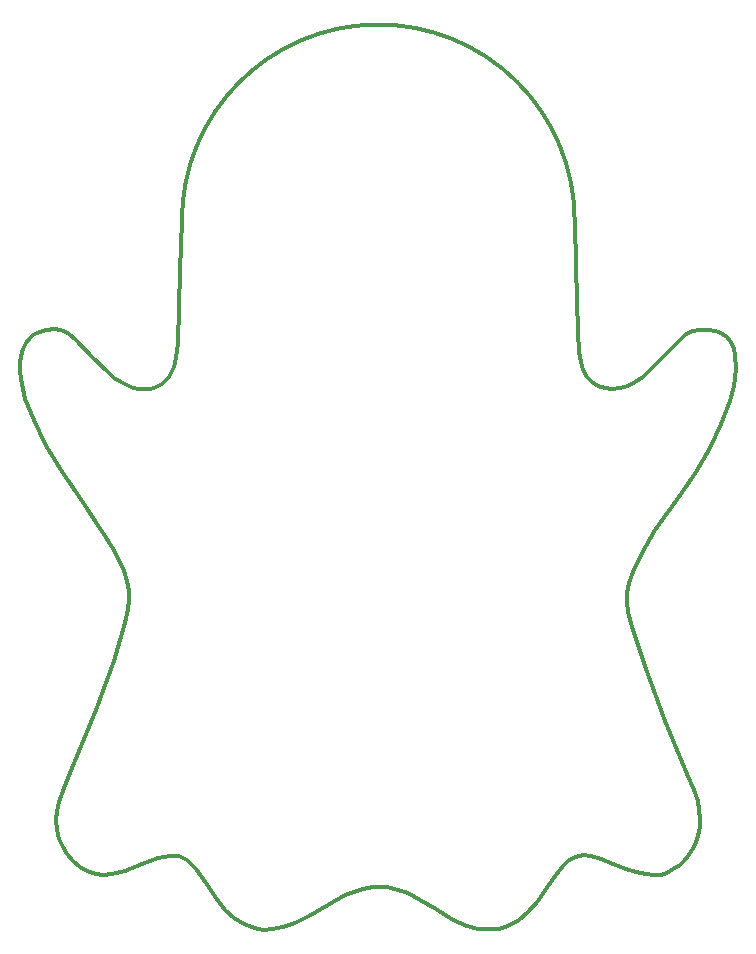
<source format=gm1>
%TF.GenerationSoftware,KiCad,Pcbnew,(6.0.6)*%
%TF.CreationDate,2022-10-05T22:33:56-05:00*%
%TF.ProjectId,Halloween_Ghost_v1,48616c6c-6f77-4656-956e-5f47686f7374,rev?*%
%TF.SameCoordinates,Original*%
%TF.FileFunction,Profile,NP*%
%FSLAX46Y46*%
G04 Gerber Fmt 4.6, Leading zero omitted, Abs format (unit mm)*
G04 Created by KiCad (PCBNEW (6.0.6)) date 2022-10-05 22:33:56*
%MOMM*%
%LPD*%
G01*
G04 APERTURE LIST*
%TA.AperFunction,Profile*%
%ADD10C,0.300000*%
%TD*%
G04 APERTURE END LIST*
D10*
X141655342Y-129483745D02*
X140322967Y-128671360D01*
X153529147Y-125040580D02*
X152978542Y-125332345D01*
X163358062Y-124517470D02*
X163061452Y-124964560D01*
X115522117Y-101724655D02*
X115235962Y-100865275D01*
X118512397Y-84986680D02*
X118808842Y-84720190D01*
X110173837Y-119248480D02*
X110884282Y-117539560D01*
X120296092Y-125145325D02*
X119959822Y-125018725D01*
X109470727Y-80395195D02*
X109862857Y-80449525D01*
X123043912Y-128575360D02*
X122177347Y-127236400D01*
X109612462Y-122755450D02*
X109545187Y-121959295D01*
X156589807Y-85432210D02*
X157260757Y-85361170D01*
X139316212Y-128148235D02*
X138457627Y-127835230D01*
X162944062Y-118049725D02*
X163503082Y-119368060D01*
X151209667Y-127525060D02*
X150304237Y-128829505D01*
X115736137Y-103274185D02*
X115684792Y-102519250D01*
X147028462Y-131130385D02*
X146134732Y-131206885D01*
X158660437Y-126371875D02*
X157761877Y-126079495D01*
X135842947Y-127682725D02*
X135244117Y-127824625D01*
X166298977Y-81077395D02*
X166560007Y-81349495D01*
X148695847Y-130425865D02*
X147803692Y-130905430D01*
X106533532Y-82612870D02*
X106697917Y-82062910D01*
X120025852Y-75452335D02*
X120169942Y-71218180D01*
X145203082Y-131134765D02*
X144314047Y-130914175D01*
X140322967Y-128671360D02*
X139316212Y-128148235D01*
X163503082Y-119368060D02*
X163832002Y-120301435D01*
X109916257Y-92341885D02*
X108612292Y-90131545D01*
X109584067Y-121195630D02*
X109767007Y-120379645D01*
X163427362Y-80524915D02*
X163988737Y-80413150D01*
X158388487Y-100904920D02*
X158067847Y-101843920D01*
X107888392Y-80713975D02*
X108656152Y-80452645D01*
X115319182Y-126228265D02*
X114280117Y-126530335D01*
X161791507Y-126128965D02*
X161263702Y-126403870D01*
X167097502Y-83793685D02*
X166955422Y-85156840D01*
X106449862Y-83225290D02*
X106533532Y-82612870D01*
X161004097Y-82654405D02*
X162156487Y-81479215D01*
X154508887Y-84415315D02*
X154925227Y-84858025D01*
X109795582Y-123509320D02*
X109612462Y-122755450D01*
X116510452Y-85430950D02*
X117046522Y-85463575D01*
X159434887Y-126550315D02*
X158660437Y-126371875D01*
X151862977Y-126559675D02*
X151209667Y-127525060D01*
X114280117Y-126530335D02*
X113510977Y-126621805D01*
X115647787Y-104103895D02*
X115736137Y-103274185D01*
X133971847Y-128318245D02*
X132555622Y-129104245D01*
X135244117Y-127824625D02*
X133971847Y-128318245D01*
X138457627Y-127835230D02*
X137570137Y-127653055D01*
X110227537Y-80562865D02*
X110603452Y-80811385D01*
X153430012Y-71218180D02*
X153527572Y-75145420D01*
X157943107Y-104309650D02*
X158275612Y-105582100D01*
X147803692Y-130905430D02*
X147028462Y-131130385D01*
X159179497Y-84412030D02*
X159972367Y-83694565D01*
X162394237Y-94350070D02*
X160270537Y-97426195D01*
X156714382Y-125672515D02*
X155682337Y-125274445D01*
X164012302Y-122416240D02*
X163931602Y-122981665D01*
X166560007Y-81349495D02*
X166766692Y-81659215D01*
X112581817Y-82713400D02*
X113881117Y-84024265D01*
X126589927Y-131163955D02*
X126073672Y-131010955D01*
X157824937Y-103514125D02*
X157943107Y-104309650D01*
X119959822Y-125018725D02*
X119594677Y-124957855D01*
X130951447Y-130064320D02*
X129746587Y-130674400D01*
X153527572Y-75145420D02*
X153707257Y-80590480D01*
X125446267Y-130729030D02*
X124578922Y-130215280D01*
X119184127Y-124963780D02*
X118160677Y-125182630D01*
X158855722Y-99869290D02*
X158388487Y-100904920D01*
X154925227Y-84858025D02*
X155415247Y-85177285D01*
X146134732Y-131206885D02*
X145203082Y-131134765D01*
X154133902Y-124943485D02*
X153529147Y-125040580D01*
X115684792Y-102519250D02*
X115522117Y-101724655D01*
X115390057Y-105269260D02*
X115647787Y-104103895D01*
X121364017Y-126091360D02*
X120957832Y-125633650D01*
X164035252Y-121829740D02*
X164012302Y-122416240D01*
X114242962Y-98851150D02*
X113511277Y-97646005D01*
X165840652Y-88417480D02*
X164848582Y-90429235D01*
X153430058Y-71218180D02*
G75*
G03*
X136684299Y-54588547I-16615458J14680D01*
G01*
X132555622Y-129104245D02*
X130951447Y-130064320D01*
X117046522Y-85463575D02*
X117453967Y-85433455D01*
X114973402Y-106738555D02*
X115390057Y-105269260D01*
X124578922Y-130215280D02*
X123811342Y-129532780D01*
X163602832Y-124035550D02*
X163358062Y-124517470D01*
X110086417Y-124209775D02*
X109795582Y-123509320D01*
X108612292Y-90131545D02*
X107608492Y-88098700D01*
X114980737Y-84871615D02*
X115491997Y-85144030D01*
X158067847Y-101843920D02*
X157883482Y-102706720D01*
X108656152Y-80452645D02*
X109470727Y-80395195D01*
X165642397Y-80659015D02*
X166298977Y-81077395D01*
X159972367Y-83694565D02*
X161004097Y-82654405D01*
X155972392Y-85369750D02*
X156589807Y-85432210D01*
X123811342Y-129532780D02*
X123043912Y-128575360D01*
X163988737Y-80413150D02*
X164853427Y-80429065D01*
X114448552Y-84501325D02*
X114980737Y-84871615D01*
X113510977Y-126621805D02*
X112881532Y-126530800D01*
X119594677Y-124957855D02*
X119184127Y-124963780D01*
X116757712Y-125687500D02*
X115319182Y-126228265D01*
X115235962Y-100865275D02*
X114813697Y-99915805D01*
X155682337Y-125274445D02*
X154836862Y-125026375D01*
X115491997Y-85144030D02*
X115997167Y-85327465D01*
X106446442Y-83898280D02*
X106449862Y-83225290D01*
X113881117Y-84024265D02*
X114448552Y-84501325D01*
X164848582Y-90429235D02*
X163684627Y-92434930D01*
X106943782Y-81577405D02*
X107271457Y-81158410D01*
X111172612Y-81299845D02*
X112581817Y-82713400D01*
X166927957Y-82064155D02*
X167036452Y-82569325D01*
X157978402Y-85153555D02*
X158542417Y-84875515D01*
X163832002Y-120301435D02*
X163989982Y-121054045D01*
X152978542Y-125332345D02*
X152437942Y-125833780D01*
X112170322Y-126260260D02*
X111527137Y-125882005D01*
X114408607Y-108480250D02*
X114973402Y-106738555D01*
X161263702Y-126403870D02*
X160711537Y-126565915D01*
X166955422Y-85156840D02*
X166615747Y-86484070D01*
X157761877Y-126079495D02*
X156714382Y-125672515D01*
X129746587Y-130674400D02*
X128750002Y-131017510D01*
X107554492Y-80914570D02*
X107888392Y-80713975D01*
X118187377Y-85194610D02*
X118512397Y-84986680D01*
X120957832Y-125633650D02*
X120619852Y-125335795D01*
X161096497Y-113590480D02*
X162944062Y-118049725D01*
X109545187Y-121959295D02*
X109584067Y-121195630D01*
X107271457Y-81158410D02*
X107554492Y-80914570D01*
X155415247Y-85177285D02*
X155972392Y-85369750D01*
X106522297Y-84629500D02*
X106446442Y-83898280D01*
X136425697Y-127608115D02*
X135842947Y-127682725D01*
X149497942Y-129765055D02*
X148695847Y-130425865D01*
X144314047Y-130914175D02*
X143164312Y-130364665D01*
X162156487Y-81479215D02*
X162890362Y-80824810D01*
X118160677Y-125182630D02*
X116757712Y-125687500D01*
X163989982Y-121054045D02*
X164035252Y-121829740D01*
X154173247Y-83852380D02*
X154508887Y-84415315D01*
X110884282Y-117539560D02*
X112878112Y-112654600D01*
X143164312Y-130364665D02*
X141655342Y-129483745D01*
X167036452Y-82569325D02*
X167097502Y-83793685D01*
X126073672Y-131010955D02*
X125446267Y-130729030D01*
X119713177Y-82865305D02*
X119842732Y-81566785D01*
X160110217Y-126614935D02*
X159434887Y-126550315D01*
X127770247Y-131175970D02*
X127115392Y-131211235D01*
X117453967Y-85433455D02*
X117834262Y-85343695D01*
X164853427Y-80429065D02*
X165642397Y-80659015D01*
X157260757Y-85361170D02*
X157978402Y-85153555D01*
X153924877Y-83172520D02*
X154173247Y-83852380D01*
X160711537Y-126565915D02*
X160110217Y-126614935D01*
X111527137Y-125882005D02*
X110960167Y-125406970D01*
X122177347Y-127236400D02*
X121364017Y-126091360D01*
X159479542Y-98716585D02*
X158855722Y-99869290D01*
X166615747Y-86484070D02*
X165840652Y-88417480D01*
X162714892Y-125373715D02*
X162319927Y-125741515D01*
X119076412Y-84395635D02*
X119522407Y-83573890D01*
X119842732Y-81566785D02*
X120025852Y-75452335D01*
X150304237Y-128829505D02*
X149497942Y-129765055D01*
X154836862Y-125026375D02*
X154133902Y-124943485D01*
X106677157Y-85417210D02*
X106522297Y-84629500D01*
X114813697Y-99915805D02*
X114242962Y-98851150D01*
X110603452Y-80811385D02*
X111172612Y-81299845D01*
X120619852Y-125335795D02*
X120296092Y-125145325D01*
X136999252Y-127598725D02*
X136425697Y-127608115D01*
X137570137Y-127653055D02*
X136999252Y-127598725D01*
X119522407Y-83573890D02*
X119713177Y-82865305D01*
X128750002Y-131017510D02*
X127770247Y-131175970D01*
X163061452Y-124964560D02*
X162714892Y-125373715D01*
X157883482Y-102706720D02*
X157824937Y-103514125D01*
X111515437Y-94713505D02*
X109916257Y-92341885D01*
X112881532Y-126530800D02*
X112170322Y-126260260D01*
X159453307Y-109187740D02*
X161096497Y-113590480D01*
X106697917Y-82062910D02*
X106943782Y-81577405D01*
X158275612Y-105582100D02*
X159453307Y-109187740D01*
X110477302Y-124845910D02*
X110086417Y-124209775D01*
X153814507Y-82305190D02*
X153924877Y-83172520D01*
X160270537Y-97426195D02*
X159479542Y-98716585D01*
X153707257Y-80590480D02*
X153814507Y-82305190D01*
X106910227Y-86259265D02*
X106677157Y-85417210D01*
X113511277Y-97646005D02*
X111515437Y-94713505D01*
X163684627Y-92434930D02*
X162394237Y-94350070D01*
X136684299Y-54588546D02*
G75*
G03*
X120169942Y-71218180I115901J-16629854D01*
G01*
X109862857Y-80449525D02*
X110227537Y-80562865D01*
X117834262Y-85343695D02*
X118187377Y-85194610D01*
X110960167Y-125406970D02*
X110477302Y-124845910D01*
X115997167Y-85327465D02*
X116510452Y-85430950D01*
X158542417Y-84875515D02*
X159179497Y-84412030D01*
X109767007Y-120379645D02*
X110173837Y-119248480D01*
X112878112Y-112654600D02*
X114408607Y-108480250D01*
X152437942Y-125833780D02*
X151862977Y-126559675D01*
X107608492Y-88098700D02*
X106910227Y-86259265D01*
X162319927Y-125741515D02*
X161791507Y-126128965D01*
X166766692Y-81659215D02*
X166927957Y-82064155D01*
X163794697Y-123522580D02*
X163602832Y-124035550D01*
X118808842Y-84720190D02*
X119076412Y-84395635D01*
X163931602Y-122981665D02*
X163794697Y-123522580D01*
X162890362Y-80824810D02*
X163427362Y-80524915D01*
X127115392Y-131211235D02*
X126589927Y-131163955D01*
M02*

</source>
